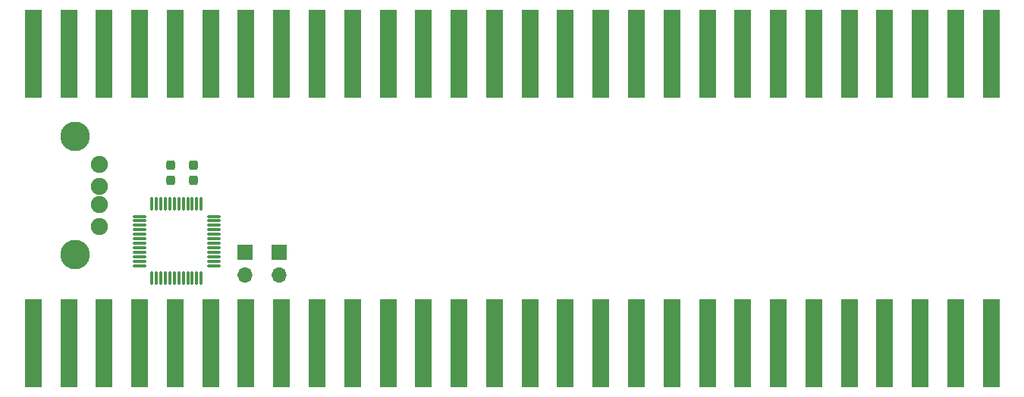
<source format=gbr>
G04 #@! TF.GenerationSoftware,KiCad,Pcbnew,(6.0.6-0)*
G04 #@! TF.CreationDate,2022-08-27T20:22:06+09:00*
G04 #@! TF.ProjectId,MahJamma,4d61684a-616d-46d6-912e-6b696361645f,rev?*
G04 #@! TF.SameCoordinates,Original*
G04 #@! TF.FileFunction,Soldermask,Top*
G04 #@! TF.FilePolarity,Negative*
%FSLAX46Y46*%
G04 Gerber Fmt 4.6, Leading zero omitted, Abs format (unit mm)*
G04 Created by KiCad (PCBNEW (6.0.6-0)) date 2022-08-27 20:22:06*
%MOMM*%
%LPD*%
G01*
G04 APERTURE LIST*
G04 Aperture macros list*
%AMRoundRect*
0 Rectangle with rounded corners*
0 $1 Rounding radius*
0 $2 $3 $4 $5 $6 $7 $8 $9 X,Y pos of 4 corners*
0 Add a 4 corners polygon primitive as box body*
4,1,4,$2,$3,$4,$5,$6,$7,$8,$9,$2,$3,0*
0 Add four circle primitives for the rounded corners*
1,1,$1+$1,$2,$3*
1,1,$1+$1,$4,$5*
1,1,$1+$1,$6,$7*
1,1,$1+$1,$8,$9*
0 Add four rect primitives between the rounded corners*
20,1,$1+$1,$2,$3,$4,$5,0*
20,1,$1+$1,$4,$5,$6,$7,0*
20,1,$1+$1,$6,$7,$8,$9,0*
20,1,$1+$1,$8,$9,$2,$3,0*%
G04 Aperture macros list end*
%ADD10RoundRect,0.237500X0.237500X-0.300000X0.237500X0.300000X-0.237500X0.300000X-0.237500X-0.300000X0*%
%ADD11RoundRect,0.075000X-0.662500X-0.075000X0.662500X-0.075000X0.662500X0.075000X-0.662500X0.075000X0*%
%ADD12RoundRect,0.075000X-0.075000X-0.662500X0.075000X-0.662500X0.075000X0.662500X-0.075000X0.662500X0*%
%ADD13R,1.700000X1.700000*%
%ADD14O,1.700000X1.700000*%
%ADD15R,1.980000X9.900000*%
%ADD16C,3.300000*%
%ADD17C,1.900000*%
G04 APERTURE END LIST*
D10*
X116840000Y-65632500D03*
X116840000Y-63907500D03*
D11*
X113312500Y-69640000D03*
X113312500Y-70140000D03*
X113312500Y-70640000D03*
X113312500Y-71140000D03*
X113312500Y-71640000D03*
X113312500Y-72140000D03*
X113312500Y-72640000D03*
X113312500Y-73140000D03*
X113312500Y-73640000D03*
X113312500Y-74140000D03*
X113312500Y-74640000D03*
X113312500Y-75140000D03*
D12*
X114725000Y-76552500D03*
X115225000Y-76552500D03*
X115725000Y-76552500D03*
X116225000Y-76552500D03*
X116725000Y-76552500D03*
X117225000Y-76552500D03*
X117725000Y-76552500D03*
X118225000Y-76552500D03*
X118725000Y-76552500D03*
X119225000Y-76552500D03*
X119725000Y-76552500D03*
X120225000Y-76552500D03*
D11*
X121637500Y-75140000D03*
X121637500Y-74640000D03*
X121637500Y-74140000D03*
X121637500Y-73640000D03*
X121637500Y-73140000D03*
X121637500Y-72640000D03*
X121637500Y-72140000D03*
X121637500Y-71640000D03*
X121637500Y-71140000D03*
X121637500Y-70640000D03*
X121637500Y-70140000D03*
X121637500Y-69640000D03*
D12*
X120225000Y-68227500D03*
X119725000Y-68227500D03*
X119225000Y-68227500D03*
X118725000Y-68227500D03*
X118225000Y-68227500D03*
X117725000Y-68227500D03*
X117225000Y-68227500D03*
X116725000Y-68227500D03*
X116225000Y-68227500D03*
X115725000Y-68227500D03*
X115225000Y-68227500D03*
X114725000Y-68227500D03*
D10*
X119380000Y-65632500D03*
X119380000Y-63907500D03*
D13*
X125095000Y-73655000D03*
D14*
X125095000Y-76195000D03*
D15*
X208400000Y-51435000D03*
X204440000Y-51435000D03*
X200480000Y-51435000D03*
X196520000Y-51435000D03*
X192560000Y-51435000D03*
X188600000Y-51435000D03*
X184640000Y-51435000D03*
X180680000Y-51435000D03*
X176720000Y-51435000D03*
X172760000Y-51435000D03*
X168800000Y-51435000D03*
X164840000Y-51435000D03*
X160880000Y-51435000D03*
X156920000Y-51435000D03*
X152960000Y-51435000D03*
X149000000Y-51435000D03*
X145040000Y-51435000D03*
X141080000Y-51435000D03*
X137120000Y-51435000D03*
X133160000Y-51435000D03*
X129200000Y-51435000D03*
X125240000Y-51435000D03*
X121280000Y-51435000D03*
X117320000Y-51435000D03*
X113360000Y-51435000D03*
X109400000Y-51435000D03*
X105440000Y-51435000D03*
X101480000Y-51435000D03*
D13*
X128905000Y-73655000D03*
D14*
X128905000Y-76195000D03*
D15*
X101480000Y-83820000D03*
X105440000Y-83820000D03*
X109400000Y-83820000D03*
X113360000Y-83820000D03*
X117320000Y-83820000D03*
X121280000Y-83820000D03*
X125240000Y-83820000D03*
X129200000Y-83820000D03*
X133160000Y-83820000D03*
X137120000Y-83820000D03*
X141080000Y-83820000D03*
X145040000Y-83820000D03*
X149000000Y-83820000D03*
X152960000Y-83820000D03*
X156920000Y-83820000D03*
X160880000Y-83820000D03*
X164840000Y-83820000D03*
X168800000Y-83820000D03*
X172760000Y-83820000D03*
X176720000Y-83820000D03*
X180680000Y-83820000D03*
X184640000Y-83820000D03*
X188600000Y-83820000D03*
X192560000Y-83820000D03*
X196520000Y-83820000D03*
X200480000Y-83820000D03*
X204440000Y-83820000D03*
X208400000Y-83820000D03*
D16*
X106185000Y-60740000D03*
X106185000Y-73880000D03*
D17*
X108895000Y-70810000D03*
X108895000Y-68310000D03*
X108895000Y-66310000D03*
X108895000Y-63810000D03*
M02*

</source>
